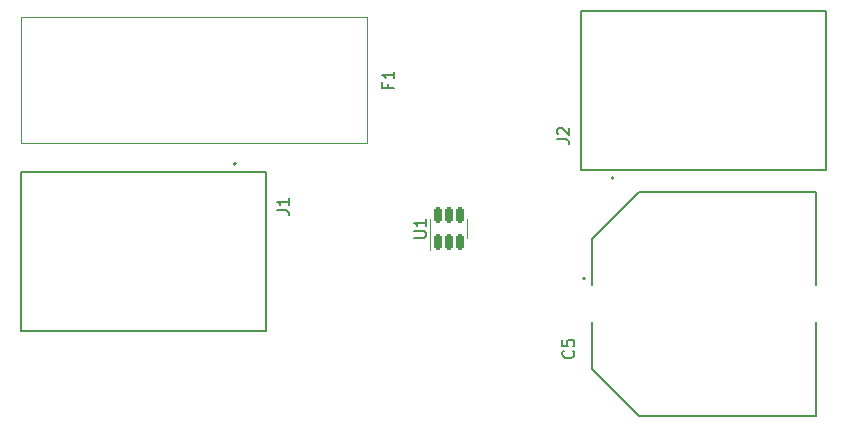
<source format=gto>
G04 #@! TF.GenerationSoftware,KiCad,Pcbnew,(6.0.10)*
G04 #@! TF.CreationDate,2023-01-16T22:35:13+01:00*
G04 #@! TF.ProjectId,IdealDiode,49646561-6c44-4696-9f64-652e6b696361,rev?*
G04 #@! TF.SameCoordinates,Original*
G04 #@! TF.FileFunction,Legend,Top*
G04 #@! TF.FilePolarity,Positive*
%FSLAX46Y46*%
G04 Gerber Fmt 4.6, Leading zero omitted, Abs format (unit mm)*
G04 Created by KiCad (PCBNEW (6.0.10)) date 2023-01-16 22:35:13*
%MOMM*%
%LPD*%
G01*
G04 APERTURE LIST*
G04 Aperture macros list*
%AMRoundRect*
0 Rectangle with rounded corners*
0 $1 Rounding radius*
0 $2 $3 $4 $5 $6 $7 $8 $9 X,Y pos of 4 corners*
0 Add a 4 corners polygon primitive as box body*
4,1,4,$2,$3,$4,$5,$6,$7,$8,$9,$2,$3,0*
0 Add four circle primitives for the rounded corners*
1,1,$1+$1,$2,$3*
1,1,$1+$1,$4,$5*
1,1,$1+$1,$6,$7*
1,1,$1+$1,$8,$9*
0 Add four rect primitives between the rounded corners*
20,1,$1+$1,$2,$3,$4,$5,0*
20,1,$1+$1,$4,$5,$6,$7,0*
20,1,$1+$1,$6,$7,$8,$9,0*
20,1,$1+$1,$8,$9,$2,$3,0*%
G04 Aperture macros list end*
%ADD10C,0.150000*%
%ADD11C,0.127000*%
%ADD12C,0.200000*%
%ADD13C,0.120000*%
%ADD14R,2.550000X2.550000*%
%ADD15C,2.550000*%
%ADD16R,7.500000X2.500000*%
%ADD17RoundRect,0.150000X0.150000X-0.512500X0.150000X0.512500X-0.150000X0.512500X-0.150000X-0.512500X0*%
%ADD18C,1.803400*%
G04 APERTURE END LIST*
D10*
X122615180Y-83503183D02*
X123329466Y-83503183D01*
X123472323Y-83550802D01*
X123567561Y-83646040D01*
X123615180Y-83788897D01*
X123615180Y-83884135D01*
X123615180Y-82503183D02*
X123615180Y-83074611D01*
X123615180Y-82788897D02*
X122615180Y-82788897D01*
X122758038Y-82884135D01*
X122853276Y-82979373D01*
X122900895Y-83074611D01*
X147677142Y-95416666D02*
X147724761Y-95464285D01*
X147772380Y-95607142D01*
X147772380Y-95702380D01*
X147724761Y-95845238D01*
X147629523Y-95940476D01*
X147534285Y-95988095D01*
X147343809Y-96035714D01*
X147200952Y-96035714D01*
X147010476Y-95988095D01*
X146915238Y-95940476D01*
X146820000Y-95845238D01*
X146772380Y-95702380D01*
X146772380Y-95607142D01*
X146820000Y-95464285D01*
X146867619Y-95416666D01*
X146772380Y-94511904D02*
X146772380Y-94988095D01*
X147248571Y-95035714D01*
X147200952Y-94988095D01*
X147153333Y-94892857D01*
X147153333Y-94654761D01*
X147200952Y-94559523D01*
X147248571Y-94511904D01*
X147343809Y-94464285D01*
X147581904Y-94464285D01*
X147677142Y-94511904D01*
X147724761Y-94559523D01*
X147772380Y-94654761D01*
X147772380Y-94892857D01*
X147724761Y-94988095D01*
X147677142Y-95035714D01*
X134212380Y-85851904D02*
X135021904Y-85851904D01*
X135117142Y-85804285D01*
X135164761Y-85756666D01*
X135212380Y-85661428D01*
X135212380Y-85470952D01*
X135164761Y-85375714D01*
X135117142Y-85328095D01*
X135021904Y-85280476D01*
X134212380Y-85280476D01*
X135212380Y-84280476D02*
X135212380Y-84851904D01*
X135212380Y-84566190D02*
X134212380Y-84566190D01*
X134355238Y-84661428D01*
X134450476Y-84756666D01*
X134498095Y-84851904D01*
X132008571Y-72821683D02*
X132008571Y-73155016D01*
X132532380Y-73155016D02*
X131532380Y-73155016D01*
X131532380Y-72678826D01*
X132532380Y-71774064D02*
X132532380Y-72345492D01*
X132532380Y-72059778D02*
X131532380Y-72059778D01*
X131675238Y-72155016D01*
X131770476Y-72250254D01*
X131818095Y-72345492D01*
X127265180Y-72488350D02*
X127503276Y-72488350D01*
X127408038Y-72726445D02*
X127503276Y-72488350D01*
X127408038Y-72250254D01*
X127693752Y-72631207D02*
X127503276Y-72488350D01*
X127693752Y-72345492D01*
X146342380Y-77518333D02*
X147056666Y-77518333D01*
X147199523Y-77565952D01*
X147294761Y-77661190D01*
X147342380Y-77804047D01*
X147342380Y-77899285D01*
X146437619Y-77089761D02*
X146390000Y-77042142D01*
X146342380Y-76946904D01*
X146342380Y-76708809D01*
X146390000Y-76613571D01*
X146437619Y-76565952D01*
X146532857Y-76518333D01*
X146628095Y-76518333D01*
X146770952Y-76565952D01*
X147342380Y-77137380D01*
X147342380Y-76518333D01*
D11*
X100927800Y-80244850D02*
X121677800Y-80244850D01*
X121677800Y-80244850D02*
X121677800Y-93744850D01*
X121677800Y-93744850D02*
X100927800Y-93744850D01*
X100927800Y-93744850D02*
X100927800Y-80244850D01*
D12*
X119127800Y-79569850D02*
G75*
G03*
X119127800Y-79569850I-100000J0D01*
G01*
D11*
X153250000Y-81940000D02*
X149250000Y-85940000D01*
X149250000Y-93010000D02*
X149250000Y-96940000D01*
X153250000Y-100940000D02*
X168250000Y-100940000D01*
X168250000Y-89870000D02*
X168250000Y-81940000D01*
X149250000Y-85940000D02*
X149250000Y-89870000D01*
X168250000Y-81940000D02*
X153250000Y-81940000D01*
X149250000Y-96940000D02*
X153250000Y-100940000D01*
X168250000Y-100940000D02*
X168250000Y-93010000D01*
D12*
X148700000Y-89290000D02*
G75*
G03*
X148700000Y-89290000I-100000J0D01*
G01*
D13*
X135600000Y-85090000D02*
X135600000Y-86890000D01*
X135600000Y-85090000D02*
X135600000Y-84290000D01*
X138720000Y-85090000D02*
X138720000Y-85890000D01*
X138720000Y-85090000D02*
X138720000Y-84290000D01*
X100939600Y-77860450D02*
X130200400Y-77860450D01*
X130200400Y-67116250D02*
X100939600Y-67116250D01*
X130200400Y-77860450D02*
X130200400Y-67116250D01*
X100939600Y-67116250D02*
X100939600Y-77860450D01*
D11*
X169125000Y-66610000D02*
X169125000Y-80110000D01*
X148375000Y-80110000D02*
X148375000Y-66610000D01*
X148375000Y-66610000D02*
X169125000Y-66610000D01*
X169125000Y-80110000D02*
X148375000Y-80110000D01*
D12*
X151125000Y-80785000D02*
G75*
G03*
X151125000Y-80785000I-100000J0D01*
G01*
%LPC*%
D14*
X119027800Y-83819850D03*
D15*
X109527800Y-90169850D03*
D16*
X152000000Y-91440000D03*
X165500000Y-91440000D03*
D17*
X136210000Y-86227500D03*
X137160000Y-86227500D03*
X138110000Y-86227500D03*
X138110000Y-83952500D03*
X137160000Y-83952500D03*
X136210000Y-83952500D03*
D18*
X127812800Y-72488350D03*
X115316000Y-72488350D03*
D14*
X151025000Y-76535000D03*
D15*
X160525000Y-70185000D03*
M02*

</source>
